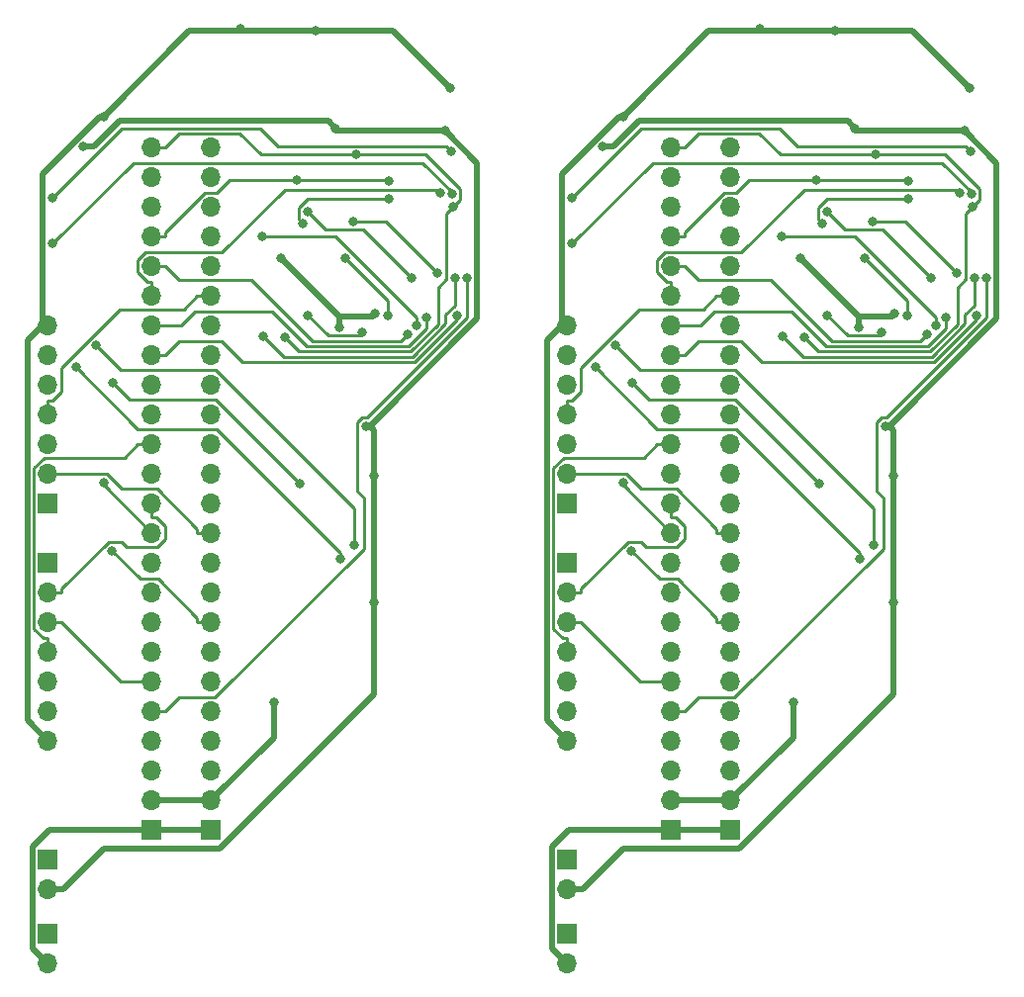
<source format=gbr>
%TF.GenerationSoftware,KiCad,Pcbnew,(5.1.8)-1*%
%TF.CreationDate,2021-03-08T12:32:49+01:00*%
%TF.ProjectId,Nes Sound Expansion,4e657320-536f-4756-9e64-20457870616e,rev?*%
%TF.SameCoordinates,Original*%
%TF.FileFunction,Copper,L2,Bot*%
%TF.FilePolarity,Positive*%
%FSLAX46Y46*%
G04 Gerber Fmt 4.6, Leading zero omitted, Abs format (unit mm)*
G04 Created by KiCad (PCBNEW (5.1.8)-1) date 2021-03-08 12:32:49*
%MOMM*%
%LPD*%
G01*
G04 APERTURE LIST*
%TA.AperFunction,ComponentPad*%
%ADD10R,1.700000X1.700000*%
%TD*%
%TA.AperFunction,ComponentPad*%
%ADD11O,1.700000X1.700000*%
%TD*%
%TA.AperFunction,ViaPad*%
%ADD12C,0.800000*%
%TD*%
%TA.AperFunction,Conductor*%
%ADD13C,0.500000*%
%TD*%
%TA.AperFunction,Conductor*%
%ADD14C,0.250000*%
%TD*%
G04 APERTURE END LIST*
D10*
%TO.P,J1,1*%
%TO.N,N/C*%
X54610000Y-86360000D03*
D11*
%TO.P,J1,2*%
X54610000Y-88900000D03*
%TO.P,J1,3*%
X54610000Y-91440000D03*
%TO.P,J1,4*%
X54610000Y-93980000D03*
%TO.P,J1,5*%
X54610000Y-96520000D03*
%TO.P,J1,6*%
X54610000Y-99060000D03*
%TO.P,J1,7*%
X54610000Y-101600000D03*
%TD*%
D10*
%TO.P,J3,1*%
%TO.N,N/C*%
X68580000Y-109220000D03*
D11*
%TO.P,J3,2*%
X68580000Y-106680000D03*
%TO.P,J3,3*%
X68580000Y-104140000D03*
%TO.P,J3,4*%
X68580000Y-101600000D03*
%TO.P,J3,5*%
X68580000Y-99060000D03*
%TO.P,J3,6*%
X68580000Y-96520000D03*
%TO.P,J3,7*%
X68580000Y-93980000D03*
%TO.P,J3,8*%
X68580000Y-91440000D03*
%TO.P,J3,9*%
X68580000Y-88900000D03*
%TO.P,J3,10*%
X68580000Y-86360000D03*
%TO.P,J3,11*%
X68580000Y-83820000D03*
%TO.P,J3,12*%
X68580000Y-81280000D03*
%TO.P,J3,13*%
X68580000Y-78740000D03*
%TO.P,J3,14*%
X68580000Y-76200000D03*
%TO.P,J3,15*%
X68580000Y-73660000D03*
%TO.P,J3,16*%
X68580000Y-71120000D03*
%TO.P,J3,17*%
X68580000Y-68580000D03*
%TO.P,J3,18*%
X68580000Y-66040000D03*
%TO.P,J3,19*%
X68580000Y-63500000D03*
%TO.P,J3,20*%
X68580000Y-60960000D03*
%TO.P,J3,21*%
X68580000Y-58420000D03*
%TO.P,J3,22*%
X68580000Y-55880000D03*
%TO.P,J3,23*%
X68580000Y-53340000D03*
%TO.P,J3,24*%
X68580000Y-50800000D03*
%TD*%
D10*
%TO.P,J4,1*%
%TO.N,N/C*%
X63500000Y-109220000D03*
D11*
%TO.P,J4,2*%
X63500000Y-106680000D03*
%TO.P,J4,3*%
X63500000Y-104140000D03*
%TO.P,J4,4*%
X63500000Y-101600000D03*
%TO.P,J4,5*%
X63500000Y-99060000D03*
%TO.P,J4,6*%
X63500000Y-96520000D03*
%TO.P,J4,7*%
X63500000Y-93980000D03*
%TO.P,J4,8*%
X63500000Y-91440000D03*
%TO.P,J4,9*%
X63500000Y-88900000D03*
%TO.P,J4,10*%
X63500000Y-86360000D03*
%TO.P,J4,11*%
X63500000Y-83820000D03*
%TO.P,J4,12*%
X63500000Y-81280000D03*
%TO.P,J4,13*%
X63500000Y-78740000D03*
%TO.P,J4,14*%
X63500000Y-76200000D03*
%TO.P,J4,15*%
X63500000Y-73660000D03*
%TO.P,J4,16*%
X63500000Y-71120000D03*
%TO.P,J4,17*%
X63500000Y-68580000D03*
%TO.P,J4,18*%
X63500000Y-66040000D03*
%TO.P,J4,19*%
X63500000Y-63500000D03*
%TO.P,J4,20*%
X63500000Y-60960000D03*
%TO.P,J4,21*%
X63500000Y-58420000D03*
%TO.P,J4,22*%
X63500000Y-55880000D03*
%TO.P,J4,23*%
X63500000Y-53340000D03*
%TO.P,J4,24*%
X63500000Y-50800000D03*
%TD*%
D10*
%TO.P,J7,1*%
%TO.N,N/C*%
X54610000Y-111760000D03*
D11*
%TO.P,J7,2*%
X54610000Y-114300000D03*
%TD*%
D10*
%TO.P,J2,1*%
%TO.N,N/C*%
X54610000Y-81280000D03*
D11*
%TO.P,J2,2*%
X54610000Y-78740000D03*
%TO.P,J2,3*%
X54610000Y-76200000D03*
%TO.P,J2,4*%
X54610000Y-73660000D03*
%TO.P,J2,5*%
X54610000Y-71120000D03*
%TO.P,J2,6*%
X54610000Y-68580000D03*
%TO.P,J2,7*%
X54610000Y-66040000D03*
%TD*%
D10*
%TO.P,J5,1*%
%TO.N,N/C*%
X54610000Y-118110000D03*
D11*
%TO.P,J5,2*%
X54610000Y-120650000D03*
%TD*%
%TO.P,J2,7*%
%TO.N,GND*%
X99060000Y-66040000D03*
%TO.P,J2,6*%
%TO.N,Net-(J2-Pad6)*%
X99060000Y-68580000D03*
%TO.P,J2,5*%
%TO.N,Net-(J2-Pad5)*%
X99060000Y-71120000D03*
%TO.P,J2,4*%
%TO.N,Joy2_D0*%
X99060000Y-73660000D03*
%TO.P,J2,3*%
%TO.N,OUT0*%
X99060000Y-76200000D03*
%TO.P,J2,2*%
%TO.N,Joy2_OE*%
X99060000Y-78740000D03*
D10*
%TO.P,J2,1*%
%TO.N,Net-(J1-Pad1)*%
X99060000Y-81280000D03*
%TD*%
D11*
%TO.P,J1,7*%
%TO.N,GND*%
X99060000Y-101600000D03*
%TO.P,J1,6*%
%TO.N,Net-(J1-Pad6)*%
X99060000Y-99060000D03*
%TO.P,J1,5*%
%TO.N,Net-(J1-Pad5)*%
X99060000Y-96520000D03*
%TO.P,J1,4*%
%TO.N,Joy1_D0*%
X99060000Y-93980000D03*
%TO.P,J1,3*%
%TO.N,OUT0*%
X99060000Y-91440000D03*
%TO.P,J1,2*%
%TO.N,Joy1_OE*%
X99060000Y-88900000D03*
D10*
%TO.P,J1,1*%
%TO.N,Net-(J1-Pad1)*%
X99060000Y-86360000D03*
%TD*%
D11*
%TO.P,J7,2*%
%TO.N,+5V*%
X99060000Y-114300000D03*
D10*
%TO.P,J7,1*%
%TO.N,Net-(J7-Pad1)*%
X99060000Y-111760000D03*
%TD*%
D11*
%TO.P,J5,2*%
%TO.N,Net-(J1-Pad1)*%
X99060000Y-120650000D03*
D10*
%TO.P,J5,1*%
%TO.N,+5V*%
X99060000Y-118110000D03*
%TD*%
D11*
%TO.P,J4,24*%
%TO.N,D7*%
X107950000Y-50800000D03*
%TO.P,J4,23*%
%TO.N,D6*%
X107950000Y-53340000D03*
%TO.P,J4,22*%
%TO.N,D5*%
X107950000Y-55880000D03*
%TO.P,J4,21*%
%TO.N,D4*%
X107950000Y-58420000D03*
%TO.P,J4,20*%
%TO.N,D3*%
X107950000Y-60960000D03*
%TO.P,J4,19*%
%TO.N,D2*%
X107950000Y-63500000D03*
%TO.P,J4,18*%
%TO.N,D1*%
X107950000Y-66040000D03*
%TO.P,J4,17*%
%TO.N,D0*%
X107950000Y-68580000D03*
%TO.P,J4,16*%
%TO.N,Net-(J4-Pad16)*%
X107950000Y-71120000D03*
%TO.P,J4,15*%
%TO.N,Net-(J4-Pad15)*%
X107950000Y-73660000D03*
%TO.P,J4,14*%
%TO.N,Joy1_D0*%
X107950000Y-76200000D03*
%TO.P,J4,13*%
%TO.N,Net-(J4-Pad13)*%
X107950000Y-78740000D03*
%TO.P,J4,12*%
%TO.N,Joy1_OE*%
X107950000Y-81280000D03*
%TO.P,J4,11*%
%TO.N,A1*%
X107950000Y-83820000D03*
%TO.P,J4,10*%
%TO.N,ROMSEL*%
X107950000Y-86360000D03*
%TO.P,J4,9*%
%TO.N,Net-(J4-Pad9)*%
X107950000Y-88900000D03*
%TO.P,J4,8*%
%TO.N,R-W*%
X107950000Y-91440000D03*
%TO.P,J4,7*%
%TO.N,Net-(J4-Pad7)*%
X107950000Y-93980000D03*
%TO.P,J4,6*%
%TO.N,OUT0*%
X107950000Y-96520000D03*
%TO.P,J4,5*%
%TO.N,OUT1*%
X107950000Y-99060000D03*
%TO.P,J4,4*%
%TO.N,OUT2*%
X107950000Y-101600000D03*
%TO.P,J4,3*%
%TO.N,Net-(J4-Pad3)*%
X107950000Y-104140000D03*
%TO.P,J4,2*%
%TO.N,GND*%
X107950000Y-106680000D03*
D10*
%TO.P,J4,1*%
%TO.N,Net-(J1-Pad1)*%
X107950000Y-109220000D03*
%TD*%
D11*
%TO.P,J3,24*%
%TO.N,Net-(J3-Pad24)*%
X113030000Y-50800000D03*
%TO.P,J3,23*%
%TO.N,Net-(J3-Pad23)*%
X113030000Y-53340000D03*
%TO.P,J3,22*%
%TO.N,Aud*%
X113030000Y-55880000D03*
%TO.P,J3,21*%
%TO.N,Net-(J3-Pad21)*%
X113030000Y-58420000D03*
%TO.P,J3,20*%
%TO.N,Net-(J3-Pad20)*%
X113030000Y-60960000D03*
%TO.P,J3,19*%
%TO.N,Joy2_D0*%
X113030000Y-63500000D03*
%TO.P,J3,18*%
%TO.N,Net-(J3-Pad18)*%
X113030000Y-66040000D03*
%TO.P,J3,17*%
%TO.N,Net-(J3-Pad17)*%
X113030000Y-68580000D03*
%TO.P,J3,16*%
%TO.N,Net-(J3-Pad16)*%
X113030000Y-71120000D03*
%TO.P,J3,15*%
%TO.N,Net-(J3-Pad15)*%
X113030000Y-73660000D03*
%TO.P,J3,14*%
%TO.N,Net-(J3-Pad14)*%
X113030000Y-76200000D03*
%TO.P,J3,13*%
%TO.N,Net-(J3-Pad13)*%
X113030000Y-78740000D03*
%TO.P,J3,12*%
%TO.N,Net-(J3-Pad12)*%
X113030000Y-81280000D03*
%TO.P,J3,11*%
%TO.N,Joy2_OE*%
X113030000Y-83820000D03*
%TO.P,J3,10*%
%TO.N,Net-(J3-Pad10)*%
X113030000Y-86360000D03*
%TO.P,J3,9*%
%TO.N,Net-(J3-Pad9)*%
X113030000Y-88900000D03*
%TO.P,J3,8*%
%TO.N,A13*%
X113030000Y-91440000D03*
%TO.P,J3,7*%
%TO.N,A14*%
X113030000Y-93980000D03*
%TO.P,J3,6*%
%TO.N,Net-(J3-Pad6)*%
X113030000Y-96520000D03*
%TO.P,J3,5*%
%TO.N,Net-(J3-Pad5)*%
X113030000Y-99060000D03*
%TO.P,J3,4*%
%TO.N,Net-(J3-Pad4)*%
X113030000Y-101600000D03*
%TO.P,J3,3*%
%TO.N,AudIn*%
X113030000Y-104140000D03*
%TO.P,J3,2*%
%TO.N,GND*%
X113030000Y-106680000D03*
D10*
%TO.P,J3,1*%
%TO.N,Net-(J1-Pad1)*%
X113030000Y-109220000D03*
%TD*%
D12*
%TO.N,*%
X57671700Y-50757700D03*
X88603700Y-49382300D03*
X79207100Y-49175300D03*
X82545700Y-78917300D03*
X81837500Y-74666600D03*
X82550000Y-89765300D03*
X74524100Y-60268100D03*
X59372500Y-48197200D03*
X89010800Y-45704200D03*
X82628600Y-65055300D03*
X71112600Y-40640000D03*
X79536700Y-66186200D03*
X73931400Y-98332500D03*
X77486600Y-40849700D03*
X80995100Y-51427400D03*
X89310300Y-55877400D03*
X74874000Y-67021800D03*
X83799400Y-55186000D03*
X76394200Y-57316000D03*
X75945300Y-53570500D03*
X83812400Y-53711600D03*
X85434200Y-66774400D03*
X88176300Y-54670300D03*
X86995000Y-65395400D03*
X89653100Y-65156600D03*
X90508700Y-61961100D03*
X89176700Y-54762400D03*
X55004900Y-59055000D03*
X54987300Y-55137300D03*
X89133700Y-51129900D03*
X83679300Y-65189900D03*
X80088000Y-60306100D03*
X86178800Y-66026700D03*
X72937200Y-58410500D03*
X76811200Y-56311300D03*
X85725000Y-61976300D03*
X87976400Y-61595300D03*
X80750900Y-57141000D03*
X73025000Y-66934600D03*
X89439100Y-61972200D03*
X76835000Y-65159900D03*
X81536600Y-66629800D03*
X60110500Y-85325700D03*
X59385200Y-79508200D03*
X60140000Y-70938900D03*
X76200000Y-79588700D03*
X57006400Y-69624100D03*
X79654000Y-86051200D03*
X80859700Y-84836400D03*
X58721900Y-67763300D03*
%TO.N,+5V*%
X126995700Y-78917300D03*
X126287500Y-74666600D03*
X102121700Y-50757700D03*
X123657100Y-49175300D03*
X133053700Y-49382300D03*
X127000000Y-89765300D03*
%TO.N,GND*%
X123986700Y-66186200D03*
X127078600Y-65055300D03*
X118974100Y-60268100D03*
X115562600Y-40640000D03*
X133460800Y-45704200D03*
X103822500Y-48197200D03*
X121936600Y-40849700D03*
X118381400Y-98332500D03*
%TO.N,D7*%
X125445100Y-51427400D03*
X119324000Y-67021800D03*
X133760300Y-55877400D03*
%TO.N,D5*%
X128249400Y-55186000D03*
X120844200Y-57316000D03*
%TO.N,D4*%
X128262400Y-53711600D03*
X120395300Y-53570500D03*
%TO.N,D3*%
X129884200Y-66774400D03*
%TO.N,D2*%
X132626300Y-54670300D03*
%TO.N,D1*%
X131445000Y-65395400D03*
%TO.N,D0*%
X134103100Y-65156600D03*
%TO.N,OUT1*%
X134958700Y-61961100D03*
%TO.N,A0_buf*%
X99454900Y-59055000D03*
X133626700Y-54762400D03*
%TO.N,A1_buf*%
X99437300Y-55137300D03*
X133583700Y-51129900D03*
%TO.N,D3_buf*%
X128129300Y-65189900D03*
X124538000Y-60306100D03*
%TO.N,D2_buf*%
X130628800Y-66026700D03*
X117387200Y-58410500D03*
%TO.N,D1_buf*%
X130175000Y-61976300D03*
X121261200Y-56311300D03*
%TO.N,D0_buf*%
X132426400Y-61595300D03*
X125200900Y-57141000D03*
%TO.N,D7_buf*%
X117475000Y-66934600D03*
X133889100Y-61972200D03*
%TO.N,D4_Chip*%
X125986600Y-66629800D03*
X121285000Y-65159900D03*
%TO.N,A13*%
X104560500Y-85325700D03*
%TO.N,A1*%
X103835200Y-79508200D03*
%TO.N,CS_Chip*%
X120650000Y-79588700D03*
X104590000Y-70938900D03*
%TO.N,A0_Chip*%
X124104000Y-86051200D03*
X101456400Y-69624100D03*
%TO.N,A1_Chip*%
X125309700Y-84836400D03*
X103171900Y-67763300D03*
%TD*%
D13*
%TO.N,*%
X55910300Y-114300000D02*
X59369400Y-110840900D01*
X82185100Y-74666600D02*
X91366100Y-65485600D01*
X82545700Y-75027200D02*
X82545700Y-78917300D01*
X82550000Y-78921600D02*
X82545700Y-78917300D01*
X79414100Y-49382300D02*
X79207100Y-49175300D01*
X59369400Y-110840900D02*
X69319900Y-110840900D01*
X60756400Y-48554500D02*
X58553200Y-50757700D01*
X82550000Y-89765300D02*
X82550000Y-78921600D01*
X91366100Y-65485600D02*
X91366100Y-52144700D01*
X82185100Y-74666600D02*
X82545700Y-75027200D01*
X69319900Y-110840900D02*
X82550000Y-97610800D01*
X88603700Y-49382300D02*
X79414100Y-49382300D01*
X91366100Y-52144700D02*
X88603700Y-49382300D01*
X81837500Y-74666600D02*
X82185100Y-74666600D01*
X82550000Y-97610800D02*
X82550000Y-89765300D01*
X79207100Y-49175300D02*
X78586300Y-48554500D01*
X78586300Y-48554500D02*
X60756400Y-48554500D01*
X58553200Y-50757700D02*
X57671700Y-50757700D01*
X54610000Y-114300000D02*
X55910300Y-114300000D01*
X71112600Y-40849700D02*
X66720000Y-40849700D01*
X74524100Y-60268100D02*
X79519900Y-65263900D01*
X59372500Y-48197200D02*
X59029700Y-48197200D01*
X59029700Y-48197200D02*
X54128300Y-53098600D01*
X54128300Y-53098600D02*
X54128300Y-66040000D01*
X66720000Y-40849700D02*
X59372500Y-48197200D01*
X77486600Y-40849700D02*
X71112600Y-40849700D01*
X79519900Y-65263900D02*
X79536700Y-65263900D01*
X79536700Y-65263900D02*
X79536700Y-66186200D01*
X79536700Y-65263900D02*
X82420000Y-65263900D01*
X82420000Y-65263900D02*
X82628600Y-65055300D01*
X52855700Y-99845700D02*
X52855700Y-67312600D01*
X63500000Y-106680000D02*
X64800300Y-106680000D01*
X52855700Y-67312600D02*
X54128300Y-66040000D01*
X84156300Y-40849700D02*
X89010800Y-45704200D01*
X73931400Y-101328600D02*
X73931400Y-98332500D01*
X54128300Y-66040000D02*
X54610000Y-66040000D01*
X77486600Y-40849700D02*
X84156300Y-40849700D01*
X68580000Y-106680000D02*
X64800300Y-106680000D01*
X54610000Y-101600000D02*
X52855700Y-99845700D01*
X71112600Y-40849700D02*
X71112600Y-40640000D01*
X68580000Y-106680000D02*
X73931400Y-101328600D01*
X54770200Y-109220000D02*
X53309600Y-110680600D01*
X63500000Y-109220000D02*
X54770200Y-109220000D01*
X53309600Y-119349600D02*
X54610000Y-120650000D01*
X53309600Y-110680600D02*
X53309600Y-119349600D01*
X68580000Y-109220000D02*
X63500000Y-109220000D01*
D14*
X76114600Y-68262400D02*
X85644600Y-68262400D01*
X87985400Y-62820400D02*
X88713700Y-62092100D01*
X71041900Y-49603200D02*
X72866100Y-51427400D01*
X63500000Y-50800000D02*
X64675300Y-50800000D01*
X89912900Y-55274800D02*
X89310300Y-55877400D01*
X88713700Y-56474000D02*
X89310300Y-55877400D01*
X86955600Y-51427400D02*
X89912900Y-54384700D01*
X80995100Y-51427400D02*
X86955600Y-51427400D01*
X65872100Y-49603200D02*
X71041900Y-49603200D01*
X74874000Y-67021800D02*
X76114600Y-68262400D01*
X72866100Y-51427400D02*
X80995100Y-51427400D01*
X87985400Y-65921600D02*
X87985400Y-62820400D01*
X88713700Y-62092100D02*
X88713700Y-56474000D01*
X64675300Y-50800000D02*
X65872100Y-49603200D01*
X89912900Y-54384700D02*
X89912900Y-55274800D01*
X85644600Y-68262400D02*
X87985400Y-65921600D01*
X76831700Y-55186000D02*
X83799400Y-55186000D01*
X76071400Y-56993200D02*
X76071400Y-55946300D01*
X76071400Y-55946300D02*
X76831700Y-55186000D01*
X76394200Y-57316000D02*
X76071400Y-56993200D01*
X64675300Y-58052700D02*
X68023400Y-54704600D01*
X83671300Y-53570500D02*
X83812400Y-53711600D01*
X64675300Y-58420000D02*
X64675300Y-58052700D01*
X75945300Y-53570500D02*
X83671300Y-53570500D01*
X69032700Y-54704600D02*
X70166800Y-53570500D01*
X70166800Y-53570500D02*
X75945300Y-53570500D01*
X63500000Y-58420000D02*
X64675300Y-58420000D01*
X68023400Y-54704600D02*
X69032700Y-54704600D01*
X64675300Y-60960000D02*
X65850600Y-62135300D01*
X72062600Y-62135300D02*
X77289100Y-67361800D01*
X84846800Y-67361800D02*
X85434200Y-66774400D01*
X65850600Y-62135300D02*
X72062600Y-62135300D01*
X77289100Y-67361800D02*
X84846800Y-67361800D01*
X63500000Y-60960000D02*
X64675300Y-60960000D01*
X63500000Y-63500000D02*
X63500000Y-62324700D01*
X62309300Y-61501300D02*
X62309300Y-60480300D01*
X63500000Y-62324700D02*
X63132700Y-62324700D01*
X63132700Y-62324700D02*
X62309300Y-61501300D01*
X63005000Y-59784600D02*
X69515000Y-59784600D01*
X74862700Y-54436900D02*
X87942900Y-54436900D01*
X62309300Y-60480300D02*
X63005000Y-59784600D01*
X87942900Y-54436900D02*
X88176300Y-54670300D01*
X69515000Y-59784600D02*
X74862700Y-54436900D01*
X63500000Y-66040000D02*
X65984300Y-66040000D01*
X76781200Y-67812100D02*
X85458000Y-67812100D01*
X86995000Y-66275100D02*
X86995000Y-65395400D01*
X65984300Y-66040000D02*
X67160200Y-64864100D01*
X67160200Y-64864100D02*
X73833200Y-64864100D01*
X73833200Y-64864100D02*
X76781200Y-67812100D01*
X85458000Y-67812100D02*
X86995000Y-66275100D01*
X64675300Y-68580000D02*
X65857800Y-67397500D01*
X65857800Y-67397500D02*
X69492900Y-67397500D01*
X89653100Y-65527700D02*
X89653100Y-65156600D01*
X71258400Y-69163000D02*
X86017800Y-69163000D01*
X86017800Y-69163000D02*
X89653100Y-65527700D01*
X69492900Y-67397500D02*
X71258400Y-69163000D01*
X63500000Y-68580000D02*
X64675300Y-68580000D01*
X81917000Y-73941300D02*
X90508700Y-65349600D01*
X90508700Y-65349600D02*
X90508700Y-61961100D01*
X64675300Y-99060000D02*
X65850600Y-97884700D01*
X65850600Y-97884700D02*
X68932600Y-97884700D01*
X68932600Y-97884700D02*
X81642000Y-85175300D01*
X81642000Y-85175300D02*
X81642000Y-80817400D01*
X81642000Y-80817400D02*
X81112200Y-80287600D01*
X81112200Y-80287600D02*
X81112200Y-74366200D01*
X81112200Y-74366200D02*
X81537100Y-73941300D01*
X81537100Y-73941300D02*
X81917000Y-73941300D01*
X63500000Y-99060000D02*
X64675300Y-99060000D01*
X61907200Y-52152700D02*
X86697600Y-52152700D01*
X55004900Y-59055000D02*
X61907200Y-52152700D01*
X89176600Y-54631700D02*
X89176600Y-54762400D01*
X86697600Y-52152700D02*
X89176600Y-54631700D01*
X89176600Y-54762400D02*
X89176700Y-54762400D01*
X74327600Y-50702100D02*
X72778300Y-49152800D01*
X72778300Y-49152800D02*
X60971800Y-49152800D01*
X89133700Y-51129900D02*
X88705900Y-50702100D01*
X60971800Y-49152800D02*
X54987300Y-55137300D01*
X88705900Y-50702100D02*
X74327600Y-50702100D01*
X83679300Y-63897400D02*
X83679300Y-65189900D01*
X80088000Y-60306100D02*
X83679300Y-63897400D01*
X86178800Y-66026700D02*
X86178800Y-65371100D01*
X86178800Y-65371100D02*
X79218200Y-58410500D01*
X79218200Y-58410500D02*
X72937200Y-58410500D01*
X76811200Y-56311300D02*
X78366300Y-57866400D01*
X78366300Y-57866400D02*
X81615100Y-57866400D01*
X81615100Y-57866400D02*
X85725000Y-61976300D01*
X83522100Y-57141000D02*
X87976400Y-61595300D01*
X80750900Y-57141000D02*
X83522100Y-57141000D01*
X89439100Y-64344900D02*
X89439100Y-61972200D01*
X74803100Y-68712700D02*
X85831200Y-68712700D01*
X85831200Y-68712700D02*
X88657100Y-65886800D01*
X73025000Y-66934600D02*
X74803100Y-68712700D01*
X88657100Y-65886800D02*
X88657100Y-65126900D01*
X88657100Y-65126900D02*
X89439100Y-64344900D01*
X81254900Y-66911500D02*
X81536600Y-66629800D01*
X76835000Y-65159900D02*
X78586600Y-66911500D01*
X78586600Y-66911500D02*
X81254900Y-66911500D01*
X67404700Y-91440000D02*
X67404700Y-91072700D01*
X62509400Y-87724600D02*
X60110500Y-85325700D01*
X64056600Y-87724600D02*
X62509400Y-87724600D01*
X68580000Y-91440000D02*
X67404700Y-91440000D01*
X67404700Y-91072700D02*
X64056600Y-87724600D01*
X63500000Y-83820000D02*
X59385200Y-79705200D01*
X59385200Y-79705200D02*
X59385200Y-79508200D01*
X76200000Y-79588700D02*
X69001300Y-72390000D01*
X69001300Y-72390000D02*
X61591100Y-72390000D01*
X61591100Y-72390000D02*
X60140000Y-70938900D01*
X69030000Y-74930000D02*
X79654000Y-85554000D01*
X79654000Y-85554000D02*
X79654000Y-86051200D01*
X62312300Y-74930000D02*
X69030000Y-74930000D01*
X57006400Y-69624100D02*
X62312300Y-74930000D01*
X58721900Y-67763300D02*
X60808600Y-69850000D01*
X60808600Y-69850000D02*
X68979700Y-69850000D01*
X68979700Y-69850000D02*
X80859700Y-81730000D01*
X80859700Y-81730000D02*
X80859700Y-84836400D01*
X54242600Y-92804700D02*
X54610000Y-92804700D01*
X54610000Y-93980000D02*
X54610000Y-92804700D01*
X63500000Y-76200000D02*
X62324700Y-76200000D01*
X53434700Y-91996800D02*
X54242600Y-92804700D01*
X62324700Y-76200000D02*
X61149400Y-77375300D01*
X54308700Y-77375300D02*
X53434700Y-78249300D01*
X61149400Y-77375300D02*
X54308700Y-77375300D01*
X53434700Y-78249300D02*
X53434700Y-91996800D01*
X63500000Y-96520000D02*
X62324700Y-96520000D01*
X60865300Y-96520000D02*
X62324700Y-96520000D01*
X55785300Y-91440000D02*
X60865300Y-96520000D01*
X54610000Y-91440000D02*
X55785300Y-91440000D01*
X59820500Y-84571000D02*
X55785300Y-88606200D01*
X60917900Y-84571000D02*
X59820500Y-84571000D01*
X63500000Y-82455300D02*
X63867300Y-82455300D01*
X63867300Y-82455300D02*
X64679200Y-83267200D01*
X64679200Y-83267200D02*
X64679200Y-84303400D01*
X63500000Y-81280000D02*
X63500000Y-82455300D01*
X63970600Y-85012000D02*
X61358900Y-85012000D01*
X64679200Y-84303400D02*
X63970600Y-85012000D01*
X61358900Y-85012000D02*
X60917900Y-84571000D01*
X55785300Y-88606200D02*
X55785300Y-88900000D01*
X54610000Y-88900000D02*
X55785300Y-88900000D01*
X66229400Y-64675300D02*
X60784200Y-64675300D01*
X54610000Y-73660000D02*
X54610000Y-72484700D01*
X67404700Y-63500000D02*
X66229400Y-64675300D01*
X60784200Y-64675300D02*
X55785300Y-69674200D01*
X55785300Y-69674200D02*
X55785300Y-71676800D01*
X54977400Y-72484700D02*
X54610000Y-72484700D01*
X55785300Y-71676800D02*
X54977400Y-72484700D01*
X68580000Y-63500000D02*
X67404700Y-63500000D01*
X67404700Y-83820000D02*
X67404700Y-83452700D01*
X60957800Y-80055000D02*
X59642800Y-78740000D01*
X59642800Y-78740000D02*
X55785300Y-78740000D01*
X54610000Y-78740000D02*
X55785300Y-78740000D01*
X67404700Y-83452700D02*
X64007000Y-80055000D01*
X64007000Y-80055000D02*
X60957800Y-80055000D01*
X68580000Y-83820000D02*
X67404700Y-83820000D01*
D13*
%TO.N,+5V*%
X126635100Y-74666600D02*
X126995700Y-75027200D01*
X126995700Y-75027200D02*
X126995700Y-78917300D01*
X127000000Y-89765300D02*
X127000000Y-78921600D01*
X127000000Y-78921600D02*
X126995700Y-78917300D01*
X126635100Y-74666600D02*
X135816100Y-65485600D01*
X135816100Y-65485600D02*
X135816100Y-52144700D01*
X135816100Y-52144700D02*
X133053700Y-49382300D01*
X126287500Y-74666600D02*
X126635100Y-74666600D01*
X100360300Y-114300000D02*
X103819400Y-110840900D01*
X103819400Y-110840900D02*
X113769900Y-110840900D01*
X113769900Y-110840900D02*
X127000000Y-97610800D01*
X127000000Y-97610800D02*
X127000000Y-89765300D01*
X133053700Y-49382300D02*
X123864100Y-49382300D01*
X123864100Y-49382300D02*
X123657100Y-49175300D01*
X123657100Y-49175300D02*
X123036300Y-48554500D01*
X123036300Y-48554500D02*
X105206400Y-48554500D01*
X105206400Y-48554500D02*
X103003200Y-50757700D01*
X103003200Y-50757700D02*
X102121700Y-50757700D01*
X99060000Y-114300000D02*
X100360300Y-114300000D01*
%TO.N,GND*%
X123986700Y-65263900D02*
X126870000Y-65263900D01*
X126870000Y-65263900D02*
X127078600Y-65055300D01*
X118974100Y-60268100D02*
X123969900Y-65263900D01*
X123969900Y-65263900D02*
X123986700Y-65263900D01*
X123986700Y-65263900D02*
X123986700Y-66186200D01*
X103822500Y-48197200D02*
X103479700Y-48197200D01*
X103479700Y-48197200D02*
X98578300Y-53098600D01*
X98578300Y-53098600D02*
X98578300Y-66040000D01*
X115562600Y-40849700D02*
X111170000Y-40849700D01*
X111170000Y-40849700D02*
X103822500Y-48197200D01*
X121936600Y-40849700D02*
X115562600Y-40849700D01*
X115562600Y-40849700D02*
X115562600Y-40640000D01*
X98578300Y-66040000D02*
X99060000Y-66040000D01*
X99060000Y-101600000D02*
X97305700Y-99845700D01*
X97305700Y-99845700D02*
X97305700Y-67312600D01*
X97305700Y-67312600D02*
X98578300Y-66040000D01*
X121936600Y-40849700D02*
X128606300Y-40849700D01*
X128606300Y-40849700D02*
X133460800Y-45704200D01*
X113030000Y-106680000D02*
X118381400Y-101328600D01*
X118381400Y-101328600D02*
X118381400Y-98332500D01*
X113030000Y-106680000D02*
X109250300Y-106680000D01*
X107950000Y-106680000D02*
X109250300Y-106680000D01*
%TO.N,Net-(J1-Pad1)*%
X107950000Y-109220000D02*
X99220200Y-109220000D01*
X99220200Y-109220000D02*
X97759600Y-110680600D01*
X97759600Y-110680600D02*
X97759600Y-119349600D01*
X97759600Y-119349600D02*
X99060000Y-120650000D01*
X113030000Y-109220000D02*
X107950000Y-109220000D01*
D14*
%TO.N,D7*%
X125445100Y-51427400D02*
X131405600Y-51427400D01*
X131405600Y-51427400D02*
X134362900Y-54384700D01*
X134362900Y-54384700D02*
X134362900Y-55274800D01*
X134362900Y-55274800D02*
X133760300Y-55877400D01*
X109125300Y-50800000D02*
X110322100Y-49603200D01*
X110322100Y-49603200D02*
X115491900Y-49603200D01*
X115491900Y-49603200D02*
X117316100Y-51427400D01*
X117316100Y-51427400D02*
X125445100Y-51427400D01*
X107950000Y-50800000D02*
X109125300Y-50800000D01*
X119324000Y-67021800D02*
X120564600Y-68262400D01*
X120564600Y-68262400D02*
X130094600Y-68262400D01*
X130094600Y-68262400D02*
X132435400Y-65921600D01*
X132435400Y-65921600D02*
X132435400Y-62820400D01*
X132435400Y-62820400D02*
X133163700Y-62092100D01*
X133163700Y-62092100D02*
X133163700Y-56474000D01*
X133163700Y-56474000D02*
X133760300Y-55877400D01*
%TO.N,D5*%
X120844200Y-57316000D02*
X120521400Y-56993200D01*
X120521400Y-56993200D02*
X120521400Y-55946300D01*
X120521400Y-55946300D02*
X121281700Y-55186000D01*
X121281700Y-55186000D02*
X128249400Y-55186000D01*
%TO.N,D4*%
X120395300Y-53570500D02*
X128121300Y-53570500D01*
X128121300Y-53570500D02*
X128262400Y-53711600D01*
X109125300Y-58420000D02*
X109125300Y-58052700D01*
X109125300Y-58052700D02*
X112473400Y-54704600D01*
X112473400Y-54704600D02*
X113482700Y-54704600D01*
X113482700Y-54704600D02*
X114616800Y-53570500D01*
X114616800Y-53570500D02*
X120395300Y-53570500D01*
X107950000Y-58420000D02*
X109125300Y-58420000D01*
%TO.N,D3*%
X109125300Y-60960000D02*
X110300600Y-62135300D01*
X110300600Y-62135300D02*
X116512600Y-62135300D01*
X116512600Y-62135300D02*
X121739100Y-67361800D01*
X121739100Y-67361800D02*
X129296800Y-67361800D01*
X129296800Y-67361800D02*
X129884200Y-66774400D01*
X107950000Y-60960000D02*
X109125300Y-60960000D01*
%TO.N,D2*%
X107950000Y-62324700D02*
X107582700Y-62324700D01*
X107582700Y-62324700D02*
X106759300Y-61501300D01*
X106759300Y-61501300D02*
X106759300Y-60480300D01*
X106759300Y-60480300D02*
X107455000Y-59784600D01*
X107455000Y-59784600D02*
X113965000Y-59784600D01*
X113965000Y-59784600D02*
X119312700Y-54436900D01*
X119312700Y-54436900D02*
X132392900Y-54436900D01*
X132392900Y-54436900D02*
X132626300Y-54670300D01*
X107950000Y-63500000D02*
X107950000Y-62324700D01*
%TO.N,D1*%
X107950000Y-66040000D02*
X110434300Y-66040000D01*
X110434300Y-66040000D02*
X111610200Y-64864100D01*
X111610200Y-64864100D02*
X118283200Y-64864100D01*
X118283200Y-64864100D02*
X121231200Y-67812100D01*
X121231200Y-67812100D02*
X129908000Y-67812100D01*
X129908000Y-67812100D02*
X131445000Y-66275100D01*
X131445000Y-66275100D02*
X131445000Y-65395400D01*
%TO.N,D0*%
X109125300Y-68580000D02*
X110307800Y-67397500D01*
X110307800Y-67397500D02*
X113942900Y-67397500D01*
X113942900Y-67397500D02*
X115708400Y-69163000D01*
X115708400Y-69163000D02*
X130467800Y-69163000D01*
X130467800Y-69163000D02*
X134103100Y-65527700D01*
X134103100Y-65527700D02*
X134103100Y-65156600D01*
X107950000Y-68580000D02*
X109125300Y-68580000D01*
%TO.N,OUT1*%
X109125300Y-99060000D02*
X110300600Y-97884700D01*
X110300600Y-97884700D02*
X113382600Y-97884700D01*
X113382600Y-97884700D02*
X126092000Y-85175300D01*
X126092000Y-85175300D02*
X126092000Y-80817400D01*
X126092000Y-80817400D02*
X125562200Y-80287600D01*
X125562200Y-80287600D02*
X125562200Y-74366200D01*
X125562200Y-74366200D02*
X125987100Y-73941300D01*
X125987100Y-73941300D02*
X126367000Y-73941300D01*
X126367000Y-73941300D02*
X134958700Y-65349600D01*
X134958700Y-65349600D02*
X134958700Y-61961100D01*
X107950000Y-99060000D02*
X109125300Y-99060000D01*
%TO.N,A0_buf*%
X99454900Y-59055000D02*
X106357200Y-52152700D01*
X106357200Y-52152700D02*
X131147600Y-52152700D01*
X131147600Y-52152700D02*
X133626600Y-54631700D01*
X133626600Y-54631700D02*
X133626600Y-54762400D01*
X133626600Y-54762400D02*
X133626700Y-54762400D01*
%TO.N,A1_buf*%
X133583700Y-51129900D02*
X133155900Y-50702100D01*
X133155900Y-50702100D02*
X118777600Y-50702100D01*
X118777600Y-50702100D02*
X117228300Y-49152800D01*
X117228300Y-49152800D02*
X105421800Y-49152800D01*
X105421800Y-49152800D02*
X99437300Y-55137300D01*
%TO.N,D3_buf*%
X124538000Y-60306100D02*
X128129300Y-63897400D01*
X128129300Y-63897400D02*
X128129300Y-65189900D01*
%TO.N,D2_buf*%
X130628800Y-66026700D02*
X130628800Y-65371100D01*
X130628800Y-65371100D02*
X123668200Y-58410500D01*
X123668200Y-58410500D02*
X117387200Y-58410500D01*
%TO.N,D1_buf*%
X121261200Y-56311300D02*
X122816300Y-57866400D01*
X122816300Y-57866400D02*
X126065100Y-57866400D01*
X126065100Y-57866400D02*
X130175000Y-61976300D01*
%TO.N,D0_buf*%
X125200900Y-57141000D02*
X127972100Y-57141000D01*
X127972100Y-57141000D02*
X132426400Y-61595300D01*
%TO.N,D7_buf*%
X117475000Y-66934600D02*
X119253100Y-68712700D01*
X119253100Y-68712700D02*
X130281200Y-68712700D01*
X130281200Y-68712700D02*
X133107100Y-65886800D01*
X133107100Y-65886800D02*
X133107100Y-65126900D01*
X133107100Y-65126900D02*
X133889100Y-64344900D01*
X133889100Y-64344900D02*
X133889100Y-61972200D01*
%TO.N,D4_Chip*%
X121285000Y-65159900D02*
X123036600Y-66911500D01*
X123036600Y-66911500D02*
X125704900Y-66911500D01*
X125704900Y-66911500D02*
X125986600Y-66629800D01*
%TO.N,A13*%
X111854700Y-91440000D02*
X111854700Y-91072700D01*
X111854700Y-91072700D02*
X108506600Y-87724600D01*
X108506600Y-87724600D02*
X106959400Y-87724600D01*
X106959400Y-87724600D02*
X104560500Y-85325700D01*
X113030000Y-91440000D02*
X111854700Y-91440000D01*
%TO.N,A1*%
X107950000Y-83820000D02*
X103835200Y-79705200D01*
X103835200Y-79705200D02*
X103835200Y-79508200D01*
%TO.N,CS_Chip*%
X120650000Y-79588700D02*
X113451300Y-72390000D01*
X113451300Y-72390000D02*
X106041100Y-72390000D01*
X106041100Y-72390000D02*
X104590000Y-70938900D01*
%TO.N,A0_Chip*%
X101456400Y-69624100D02*
X106762300Y-74930000D01*
X106762300Y-74930000D02*
X113480000Y-74930000D01*
X113480000Y-74930000D02*
X124104000Y-85554000D01*
X124104000Y-85554000D02*
X124104000Y-86051200D01*
%TO.N,A1_Chip*%
X103171900Y-67763300D02*
X105258600Y-69850000D01*
X105258600Y-69850000D02*
X113429700Y-69850000D01*
X113429700Y-69850000D02*
X125309700Y-81730000D01*
X125309700Y-81730000D02*
X125309700Y-84836400D01*
%TO.N,Joy1_D0*%
X106774700Y-76200000D02*
X105599400Y-77375300D01*
X105599400Y-77375300D02*
X98758700Y-77375300D01*
X98758700Y-77375300D02*
X97884700Y-78249300D01*
X97884700Y-78249300D02*
X97884700Y-91996800D01*
X97884700Y-91996800D02*
X98692600Y-92804700D01*
X98692600Y-92804700D02*
X99060000Y-92804700D01*
X99060000Y-93980000D02*
X99060000Y-92804700D01*
X107950000Y-76200000D02*
X106774700Y-76200000D01*
%TO.N,OUT0*%
X99060000Y-91440000D02*
X100235300Y-91440000D01*
X100235300Y-91440000D02*
X105315300Y-96520000D01*
X105315300Y-96520000D02*
X106774700Y-96520000D01*
X107950000Y-96520000D02*
X106774700Y-96520000D01*
%TO.N,Joy1_OE*%
X99060000Y-88900000D02*
X100235300Y-88900000D01*
X107950000Y-81280000D02*
X107950000Y-82455300D01*
X107950000Y-82455300D02*
X108317300Y-82455300D01*
X108317300Y-82455300D02*
X109129200Y-83267200D01*
X109129200Y-83267200D02*
X109129200Y-84303400D01*
X109129200Y-84303400D02*
X108420600Y-85012000D01*
X108420600Y-85012000D02*
X105808900Y-85012000D01*
X105808900Y-85012000D02*
X105367900Y-84571000D01*
X105367900Y-84571000D02*
X104270500Y-84571000D01*
X104270500Y-84571000D02*
X100235300Y-88606200D01*
X100235300Y-88606200D02*
X100235300Y-88900000D01*
%TO.N,Joy2_D0*%
X111854700Y-63500000D02*
X110679400Y-64675300D01*
X110679400Y-64675300D02*
X105234200Y-64675300D01*
X105234200Y-64675300D02*
X100235300Y-69674200D01*
X100235300Y-69674200D02*
X100235300Y-71676800D01*
X100235300Y-71676800D02*
X99427400Y-72484700D01*
X99427400Y-72484700D02*
X99060000Y-72484700D01*
X113030000Y-63500000D02*
X111854700Y-63500000D01*
X99060000Y-73660000D02*
X99060000Y-72484700D01*
%TO.N,Joy2_OE*%
X111854700Y-83820000D02*
X111854700Y-83452700D01*
X111854700Y-83452700D02*
X108457000Y-80055000D01*
X108457000Y-80055000D02*
X105407800Y-80055000D01*
X105407800Y-80055000D02*
X104092800Y-78740000D01*
X104092800Y-78740000D02*
X100235300Y-78740000D01*
X99060000Y-78740000D02*
X100235300Y-78740000D01*
X113030000Y-83820000D02*
X111854700Y-83820000D01*
%TD*%
M02*

</source>
